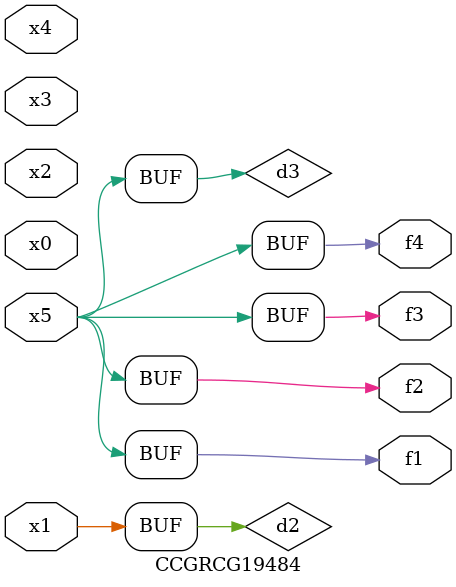
<source format=v>
module CCGRCG19484(
	input x0, x1, x2, x3, x4, x5,
	output f1, f2, f3, f4
);

	wire d1, d2, d3;

	not (d1, x5);
	or (d2, x1);
	xnor (d3, d1);
	assign f1 = d3;
	assign f2 = d3;
	assign f3 = d3;
	assign f4 = d3;
endmodule

</source>
